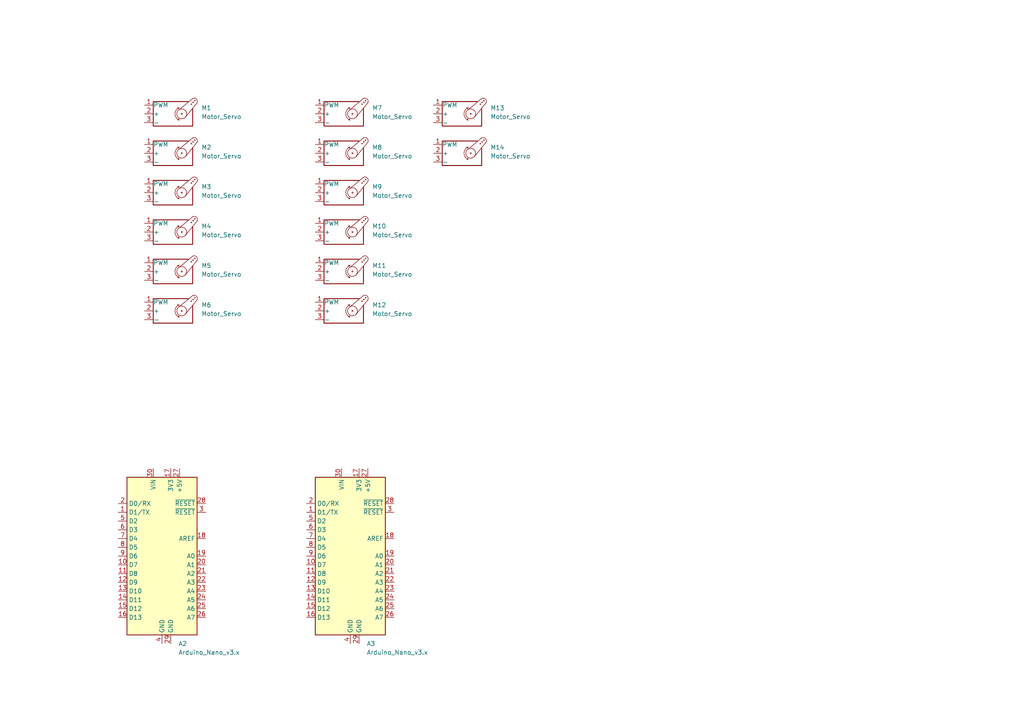
<source format=kicad_sch>
(kicad_sch (version 20231120) (generator "eeschema") (generator_version "8.0")
  (paper "A4")
  (title_block (title "Head & Neck"))
  (lib_symbols
    (symbol "MCU_Module:Arduino_Nano_v3.x"
      (property "Reference" "A" (at -10.16 23.495 0))
      (property "Value" "Arduino_Nano_v3.x" (at 5.08 -24.13 0))
      (symbol "Arduino_Nano_v3.x_0_1"
        (rectangle (start -10.16 22.86) (end 10.16 -22.86) (stroke (width 0.254)) (fill (type background)))
      )
      (symbol "Arduino_Nano_v3.x_1_1"
        (pin bidirectional line (at -12.7 12.7 0) (length 2.54) (name "D1/TX") (number "1"))
        (pin bidirectional line (at -12.7 -2.54 0) (length 2.54) (name "D7") (number "10"))
        (pin bidirectional line (at -12.7 -5.08 0) (length 2.54) (name "D8") (number "11"))
        (pin bidirectional line (at -12.7 -7.62 0) (length 2.54) (name "D9") (number "12"))
        (pin bidirectional line (at -12.7 -10.16 0) (length 2.54) (name "D10") (number "13"))
        (pin bidirectional line (at -12.7 -12.7 0) (length 2.54) (name "D11") (number "14"))
        (pin bidirectional line (at -12.7 -15.24 0) (length 2.54) (name "D12") (number "15"))
        (pin bidirectional line (at -12.7 -17.78 0) (length 2.54) (name "D13") (number "16"))
        (pin power_out line (at 2.54 25.4 270) (length 2.54) (name "3V3") (number "17"))
        (pin input line (at 12.7 5.08 180) (length 2.54) (name "AREF") (number "18"))
        (pin bidirectional line (at 12.7 0 180) (length 2.54) (name "A0") (number "19"))
        (pin bidirectional line (at -12.7 15.24 0) (length 2.54) (name "D0/RX") (number "2"))
        (pin bidirectional line (at 12.7 -2.54 180) (length 2.54) (name "A1") (number "20"))
        (pin bidirectional line (at 12.7 -5.08 180) (length 2.54) (name "A2") (number "21"))
        (pin bidirectional line (at 12.7 -7.62 180) (length 2.54) (name "A3") (number "22"))
        (pin bidirectional line (at 12.7 -10.16 180) (length 2.54) (name "A4") (number "23"))
        (pin bidirectional line (at 12.7 -12.7 180) (length 2.54) (name "A5") (number "24"))
        (pin bidirectional line (at 12.7 -15.24 180) (length 2.54) (name "A6") (number "25"))
        (pin bidirectional line (at 12.7 -17.78 180) (length 2.54) (name "A7") (number "26"))
        (pin power_out line (at 5.08 25.4 270) (length 2.54) (name "+5V") (number "27"))
        (pin input line (at 12.7 15.24 180) (length 2.54) (name "~{RESET}") (number "28"))
        (pin power_in line (at 2.54 -25.4 90) (length 2.54) (name "GND") (number "29"))
        (pin input line (at 12.7 12.7 180) (length 2.54) (name "~{RESET}") (number "3"))
        (pin power_in line (at -2.54 25.4 270) (length 2.54) (name "VIN") (number "30"))
        (pin power_in line (at 0 -25.4 90) (length 2.54) (name "GND") (number "4"))
        (pin bidirectional line (at -12.7 10.16 0) (length 2.54) (name "D2") (number "5"))
        (pin bidirectional line (at -12.7 7.62 0) (length 2.54) (name "D3") (number "6"))
        (pin bidirectional line (at -12.7 5.08 0) (length 2.54) (name "D4") (number "7"))
        (pin bidirectional line (at -12.7 2.54 0) (length 2.54) (name "D5") (number "8"))
        (pin bidirectional line (at -12.7 0 0) (length 2.54) (name "D6") (number "9"))
      )
    )
    (symbol "Motor:Motor_Servo" (pin_names (offset 0.0254))
      (property "Reference" "M" (at -5.08 4.445 0))
      (property "Value" "Motor_Servo" (at -5.08 -4.064 0))
      (symbol "Motor_Servo_0_1"
        (polyline (pts (xy 2.413 -1.778) (xy 2.032 -1.778)))
        (polyline (pts (xy 2.413 -1.778) (xy 2.286 -1.397)))
        (polyline (pts (xy 2.413 1.778) (xy 1.905 1.778)))
        (polyline (pts (xy 2.413 1.778) (xy 2.286 1.397)))
        (polyline (pts (xy 6.35 4.445) (xy 2.54 1.27)))
        (polyline (pts (xy 7.62 3.175) (xy 4.191 -1.016)))
        (polyline (pts (xy 5.08 3.556) (xy -5.08 3.556) (xy -5.08 -3.556) (xy 6.35 -3.556) (xy 6.35 1.524)) (stroke (width 0.254)))
        (arc (start 2.413 1.778) (mid 1.2406 0) (end 2.413 -1.778))
        (circle (center 3.175 0) (radius 0.1778))
        (circle (center 3.175 0) (radius 1.4224))
        (circle (center 5.969 2.794) (radius 0.127))
        (circle (center 6.477 3.302) (radius 0.127))
        (circle (center 6.985 3.81) (radius 0.127))
        (arc (start 7.62 3.175) (mid 7.4485 4.2735) (end 6.35 4.445))
      )
      (symbol "Motor_Servo_1_1"
        (pin passive line (at -7.62 2.54 0) (length 2.54) (name "PWM") (number "1"))
        (pin passive line (at -7.62 0 0) (length 2.54) (name "+") (number "2"))
        (pin passive line (at -7.62 -2.54 0) (length 2.54) (name "-") (number "3"))
      )
    )
  )
  (symbol (lib_id "Motor:Motor_Servo") (at 49.53 90.17 0) (unit 1)
    (property "Reference" "M6" (at 58.42 88.4665 0) (effects (justify left)))
    (property "Value" "Motor_Servo" (at 58.42 91.0065 0) (effects (justify left)))
    (property "Datasheet" "http://forums.parallax.com/uploads/attachments/46831/74481.png" (effects (hide yes)))
    (property "Description" "Servo Motor (Futaba, HiTec, JR connector)" (effects (hide yes)))
  )
  (symbol (lib_id "Motor:Motor_Servo") (at 99.06 55.88 0) (unit 1)
    (property "Reference" "M9" (at 107.95 54.1765 0) (effects (justify left)))
    (property "Value" "Motor_Servo" (at 107.95 56.7165 0) (effects (justify left)))
    (property "Datasheet" "http://forums.parallax.com/uploads/attachments/46831/74481.png" (effects (hide yes)))
    (property "Description" "Servo Motor (Futaba, HiTec, JR connector)" (effects (hide yes)))
  )
  (symbol (lib_id "Motor:Motor_Servo") (at 133.35 44.45 0) (unit 1)
    (property "Reference" "M14" (at 142.24 42.7465 0) (effects (justify left)))
    (property "Value" "Motor_Servo" (at 142.24 45.2865 0) (effects (justify left)))
    (property "Datasheet" "http://forums.parallax.com/uploads/attachments/46831/74481.png" (effects (hide yes)))
    (property "Description" "Servo Motor (Futaba, HiTec, JR connector)" (effects (hide yes)))
  )
  (symbol (lib_id "Motor:Motor_Servo") (at 49.53 67.31 0) (unit 1)
    (property "Reference" "M4" (at 58.42 65.6065 0) (effects (justify left)))
    (property "Value" "Motor_Servo" (at 58.42 68.1465 0) (effects (justify left)))
    (property "Datasheet" "http://forums.parallax.com/uploads/attachments/46831/74481.png" (effects (hide yes)))
    (property "Description" "Servo Motor (Futaba, HiTec, JR connector)" (effects (hide yes)))
  )
  (symbol (lib_id "Motor:Motor_Servo") (at 49.53 33.02 0) (unit 1)
    (property "Reference" "M1" (at 58.42 31.3165 0) (effects (justify left)))
    (property "Value" "Motor_Servo" (at 58.42 33.8565 0) (effects (justify left)))
    (property "Datasheet" "http://forums.parallax.com/uploads/attachments/46831/74481.png" (effects (hide yes)))
    (property "Description" "Servo Motor (Futaba, HiTec, JR connector)" (effects (hide yes)))
  )
  (symbol (lib_id "Motor:Motor_Servo") (at 99.06 78.74 0) (unit 1)
    (property "Reference" "M11" (at 107.95 77.0365 0) (effects (justify left)))
    (property "Value" "Motor_Servo" (at 107.95 79.5765 0) (effects (justify left)))
    (property "Datasheet" "http://forums.parallax.com/uploads/attachments/46831/74481.png" (effects (hide yes)))
    (property "Description" "Servo Motor (Futaba, HiTec, JR connector)" (effects (hide yes)))
  )
  (symbol (lib_id "Motor:Motor_Servo") (at 49.53 78.74 0) (unit 1)
    (property "Reference" "M5" (at 58.42 77.0365 0) (effects (justify left)))
    (property "Value" "Motor_Servo" (at 58.42 79.5765 0) (effects (justify left)))
    (property "Datasheet" "http://forums.parallax.com/uploads/attachments/46831/74481.png" (effects (hide yes)))
    (property "Description" "Servo Motor (Futaba, HiTec, JR connector)" (effects (hide yes)))
  )
  (symbol (lib_id "Motor:Motor_Servo") (at 49.53 44.45 0) (unit 1)
    (property "Reference" "M2" (at 58.42 42.7465 0) (effects (justify left)))
    (property "Value" "Motor_Servo" (at 58.42 45.2865 0) (effects (justify left)))
    (property "Datasheet" "http://forums.parallax.com/uploads/attachments/46831/74481.png" (effects (hide yes)))
    (property "Description" "Servo Motor (Futaba, HiTec, JR connector)" (effects (hide yes)))
  )
  (symbol (lib_id "MCU_Module:Arduino_Nano_v3.x") (at 101.6 161.29 0) (unit 1)
    (property "Reference" "A3" (at 106.3341 186.69 0) (effects (justify left)))
    (property "Value" "Arduino_Nano_v3.x" (at 106.3341 189.23 0) (effects (justify left)))
    (property "Footprint" "Module:Arduino_Nano" (effects (hide yes)))
    (property "Datasheet" "http://www.mouser.com/pdfdocs/Gravitech_Arduino_Nano3_0.pdf" (effects (hide yes)))
    (property "Description" "Arduino Nano v3.x" (effects (hide yes)))
  )
  (symbol (lib_id "Motor:Motor_Servo") (at 99.06 33.02 0) (unit 1)
    (property "Reference" "M7" (at 107.95 31.3165 0) (effects (justify left)))
    (property "Value" "Motor_Servo" (at 107.95 33.8565 0) (effects (justify left)))
    (property "Datasheet" "http://forums.parallax.com/uploads/attachments/46831/74481.png" (effects (hide yes)))
    (property "Description" "Servo Motor (Futaba, HiTec, JR connector)" (effects (hide yes)))
  )
  (symbol (lib_id "Motor:Motor_Servo") (at 99.06 67.31 0) (unit 1)
    (property "Reference" "M10" (at 107.95 65.6065 0) (effects (justify left)))
    (property "Value" "Motor_Servo" (at 107.95 68.1465 0) (effects (justify left)))
    (property "Datasheet" "http://forums.parallax.com/uploads/attachments/46831/74481.png" (effects (hide yes)))
    (property "Description" "Servo Motor (Futaba, HiTec, JR connector)" (effects (hide yes)))
  )
  (symbol (lib_id "Motor:Motor_Servo") (at 99.06 90.17 0) (unit 1)
    (property "Reference" "M12" (at 107.95 88.4665 0) (effects (justify left)))
    (property "Value" "Motor_Servo" (at 107.95 91.0065 0) (effects (justify left)))
    (property "Datasheet" "http://forums.parallax.com/uploads/attachments/46831/74481.png" (effects (hide yes)))
    (property "Description" "Servo Motor (Futaba, HiTec, JR connector)" (effects (hide yes)))
  )
  (symbol (lib_id "Motor:Motor_Servo") (at 49.53 55.88 0) (unit 1)
    (property "Reference" "M3" (at 58.42 54.1765 0) (effects (justify left)))
    (property "Value" "Motor_Servo" (at 58.42 56.7165 0) (effects (justify left)))
    (property "Datasheet" "http://forums.parallax.com/uploads/attachments/46831/74481.png" (effects (hide yes)))
    (property "Description" "Servo Motor (Futaba, HiTec, JR connector)" (effects (hide yes)))
  )
  (symbol (lib_id "Motor:Motor_Servo") (at 133.35 33.02 0) (unit 1)
    (property "Reference" "M13" (at 142.24 31.3165 0) (effects (justify left)))
    (property "Value" "Motor_Servo" (at 142.24 33.8565 0) (effects (justify left)))
    (property "Datasheet" "http://forums.parallax.com/uploads/attachments/46831/74481.png" (effects (hide yes)))
    (property "Description" "Servo Motor (Futaba, HiTec, JR connector)" (effects (hide yes)))
  )
  (symbol (lib_id "MCU_Module:Arduino_Nano_v3.x") (at 46.99 161.29 0) (unit 1)
    (property "Reference" "A2" (at 51.7241 186.69 0) (effects (justify left)))
    (property "Value" "Arduino_Nano_v3.x" (at 51.7241 189.23 0) (effects (justify left)))
    (property "Footprint" "Module:Arduino_Nano" (effects (hide yes)))
    (property "Datasheet" "http://www.mouser.com/pdfdocs/Gravitech_Arduino_Nano3_0.pdf" (effects (hide yes)))
    (property "Description" "Arduino Nano v3.x" (effects (hide yes)))
  )
  (symbol (lib_id "Motor:Motor_Servo") (at 99.06 44.45 0) (unit 1)
    (property "Reference" "M8" (at 107.95 42.7465 0) (effects (justify left)))
    (property "Value" "Motor_Servo" (at 107.95 45.2865 0) (effects (justify left)))
    (property "Datasheet" "http://forums.parallax.com/uploads/attachments/46831/74481.png" (effects (hide yes)))
    (property "Description" "Servo Motor (Futaba, HiTec, JR connector)" (effects (hide yes)))
  )
)
</source>
